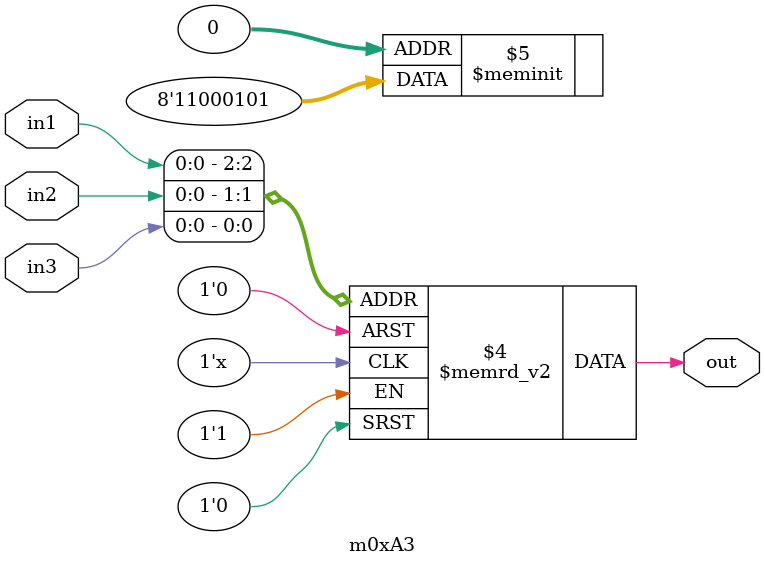
<source format=v>
module m0xA3(output out, input in1, in2, in3);

   always @(in1, in2, in3)
     begin
        case({in1, in2, in3})
          3'b000: {out} = 1'b1;
          3'b001: {out} = 1'b0;
          3'b010: {out} = 1'b1;
          3'b011: {out} = 1'b0;
          3'b100: {out} = 1'b0;
          3'b101: {out} = 1'b0;
          3'b110: {out} = 1'b1;
          3'b111: {out} = 1'b1;
        endcase // case ({in1, in2, in3})
     end // always @ (in1, in2, in3)

endmodule // m0xA3
</source>
